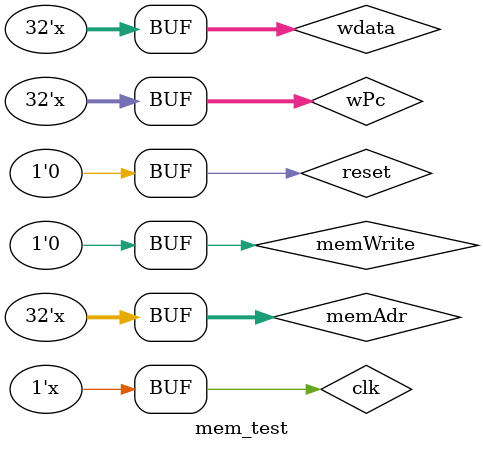
<source format=v>
`timescale 1ns / 1ps


module mem_test;

	// Inputs
	reg clk;
	reg reset;
	reg [31:0] memAdr;
	reg memWrite;
	reg [31:0] wdata;
	reg [31:0] wPc;

	// Outputs
	wire [31:0] memOut;

	// Instantiate the Unit Under Test (UUT)
	mem uut (
		.clk(clk), 
		.reset(reset), 
		.memAdr(memAdr), 
		.memWrite(memWrite), 
		.wdata(wdata), 
		.wPc(wPc), 
		.memOut(memOut)
	);

	initial begin
		// Initialize Inputs
		clk = 0;
		reset = 1;
		memAdr = 0;
		memWrite = 1;
		wdata = 7;
		wPc = 0;

		#10 reset = 0;
			 
		#20 memWrite = 0;
			 

	end
	
	always #5 clk = ~clk;
	always #10 wPc = wPc + 4;
	always #10 memAdr = memAdr + 4;
	always #10 wdata = wdata + 4;
      
endmodule


</source>
